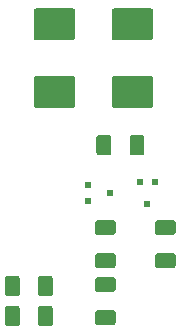
<source format=gbr>
G04 #@! TF.GenerationSoftware,KiCad,Pcbnew,(5.1.5)-3*
G04 #@! TF.CreationDate,2022-05-11T11:14:05-04:00*
G04 #@! TF.ProjectId,FuzzFace,46757a7a-4661-4636-952e-6b696361645f,rev?*
G04 #@! TF.SameCoordinates,Original*
G04 #@! TF.FileFunction,Paste,Top*
G04 #@! TF.FilePolarity,Positive*
%FSLAX46Y46*%
G04 Gerber Fmt 4.6, Leading zero omitted, Abs format (unit mm)*
G04 Created by KiCad (PCBNEW (5.1.5)-3) date 2022-05-11 11:14:05*
%MOMM*%
%LPD*%
G04 APERTURE LIST*
%ADD10C,0.100000*%
%ADD11R,0.550000X0.600000*%
%ADD12R,0.600000X0.550000*%
G04 APERTURE END LIST*
D10*
G36*
X71011504Y-60086204D02*
G01*
X71035773Y-60089804D01*
X71059571Y-60095765D01*
X71082671Y-60104030D01*
X71104849Y-60114520D01*
X71125893Y-60127133D01*
X71145598Y-60141747D01*
X71163777Y-60158223D01*
X71180253Y-60176402D01*
X71194867Y-60196107D01*
X71207480Y-60217151D01*
X71217970Y-60239329D01*
X71226235Y-60262429D01*
X71232196Y-60286227D01*
X71235796Y-60310496D01*
X71237000Y-60335000D01*
X71237000Y-61585000D01*
X71235796Y-61609504D01*
X71232196Y-61633773D01*
X71226235Y-61657571D01*
X71217970Y-61680671D01*
X71207480Y-61702849D01*
X71194867Y-61723893D01*
X71180253Y-61743598D01*
X71163777Y-61761777D01*
X71145598Y-61778253D01*
X71125893Y-61792867D01*
X71104849Y-61805480D01*
X71082671Y-61815970D01*
X71059571Y-61824235D01*
X71035773Y-61830196D01*
X71011504Y-61833796D01*
X70987000Y-61835000D01*
X70237000Y-61835000D01*
X70212496Y-61833796D01*
X70188227Y-61830196D01*
X70164429Y-61824235D01*
X70141329Y-61815970D01*
X70119151Y-61805480D01*
X70098107Y-61792867D01*
X70078402Y-61778253D01*
X70060223Y-61761777D01*
X70043747Y-61743598D01*
X70029133Y-61723893D01*
X70016520Y-61702849D01*
X70006030Y-61680671D01*
X69997765Y-61657571D01*
X69991804Y-61633773D01*
X69988204Y-61609504D01*
X69987000Y-61585000D01*
X69987000Y-60335000D01*
X69988204Y-60310496D01*
X69991804Y-60286227D01*
X69997765Y-60262429D01*
X70006030Y-60239329D01*
X70016520Y-60217151D01*
X70029133Y-60196107D01*
X70043747Y-60176402D01*
X70060223Y-60158223D01*
X70078402Y-60141747D01*
X70098107Y-60127133D01*
X70119151Y-60114520D01*
X70141329Y-60104030D01*
X70164429Y-60095765D01*
X70188227Y-60089804D01*
X70212496Y-60086204D01*
X70237000Y-60085000D01*
X70987000Y-60085000D01*
X71011504Y-60086204D01*
G37*
G36*
X73811504Y-60086204D02*
G01*
X73835773Y-60089804D01*
X73859571Y-60095765D01*
X73882671Y-60104030D01*
X73904849Y-60114520D01*
X73925893Y-60127133D01*
X73945598Y-60141747D01*
X73963777Y-60158223D01*
X73980253Y-60176402D01*
X73994867Y-60196107D01*
X74007480Y-60217151D01*
X74017970Y-60239329D01*
X74026235Y-60262429D01*
X74032196Y-60286227D01*
X74035796Y-60310496D01*
X74037000Y-60335000D01*
X74037000Y-61585000D01*
X74035796Y-61609504D01*
X74032196Y-61633773D01*
X74026235Y-61657571D01*
X74017970Y-61680671D01*
X74007480Y-61702849D01*
X73994867Y-61723893D01*
X73980253Y-61743598D01*
X73963777Y-61761777D01*
X73945598Y-61778253D01*
X73925893Y-61792867D01*
X73904849Y-61805480D01*
X73882671Y-61815970D01*
X73859571Y-61824235D01*
X73835773Y-61830196D01*
X73811504Y-61833796D01*
X73787000Y-61835000D01*
X73037000Y-61835000D01*
X73012496Y-61833796D01*
X72988227Y-61830196D01*
X72964429Y-61824235D01*
X72941329Y-61815970D01*
X72919151Y-61805480D01*
X72898107Y-61792867D01*
X72878402Y-61778253D01*
X72860223Y-61761777D01*
X72843747Y-61743598D01*
X72829133Y-61723893D01*
X72816520Y-61702849D01*
X72806030Y-61680671D01*
X72797765Y-61657571D01*
X72791804Y-61633773D01*
X72788204Y-61609504D01*
X72787000Y-61585000D01*
X72787000Y-60335000D01*
X72788204Y-60310496D01*
X72791804Y-60286227D01*
X72797765Y-60262429D01*
X72806030Y-60239329D01*
X72816520Y-60217151D01*
X72829133Y-60196107D01*
X72843747Y-60176402D01*
X72860223Y-60158223D01*
X72878402Y-60141747D01*
X72898107Y-60127133D01*
X72919151Y-60114520D01*
X72941329Y-60104030D01*
X72964429Y-60095765D01*
X72988227Y-60089804D01*
X73012496Y-60086204D01*
X73037000Y-60085000D01*
X73787000Y-60085000D01*
X73811504Y-60086204D01*
G37*
G36*
X79135504Y-52840204D02*
G01*
X79159773Y-52843804D01*
X79183571Y-52849765D01*
X79206671Y-52858030D01*
X79228849Y-52868520D01*
X79249893Y-52881133D01*
X79269598Y-52895747D01*
X79287777Y-52912223D01*
X79304253Y-52930402D01*
X79318867Y-52950107D01*
X79331480Y-52971151D01*
X79341970Y-52993329D01*
X79350235Y-53016429D01*
X79356196Y-53040227D01*
X79359796Y-53064496D01*
X79361000Y-53089000D01*
X79361000Y-53839000D01*
X79359796Y-53863504D01*
X79356196Y-53887773D01*
X79350235Y-53911571D01*
X79341970Y-53934671D01*
X79331480Y-53956849D01*
X79318867Y-53977893D01*
X79304253Y-53997598D01*
X79287777Y-54015777D01*
X79269598Y-54032253D01*
X79249893Y-54046867D01*
X79228849Y-54059480D01*
X79206671Y-54069970D01*
X79183571Y-54078235D01*
X79159773Y-54084196D01*
X79135504Y-54087796D01*
X79111000Y-54089000D01*
X77861000Y-54089000D01*
X77836496Y-54087796D01*
X77812227Y-54084196D01*
X77788429Y-54078235D01*
X77765329Y-54069970D01*
X77743151Y-54059480D01*
X77722107Y-54046867D01*
X77702402Y-54032253D01*
X77684223Y-54015777D01*
X77667747Y-53997598D01*
X77653133Y-53977893D01*
X77640520Y-53956849D01*
X77630030Y-53934671D01*
X77621765Y-53911571D01*
X77615804Y-53887773D01*
X77612204Y-53863504D01*
X77611000Y-53839000D01*
X77611000Y-53089000D01*
X77612204Y-53064496D01*
X77615804Y-53040227D01*
X77621765Y-53016429D01*
X77630030Y-52993329D01*
X77640520Y-52971151D01*
X77653133Y-52950107D01*
X77667747Y-52930402D01*
X77684223Y-52912223D01*
X77702402Y-52895747D01*
X77722107Y-52881133D01*
X77743151Y-52868520D01*
X77765329Y-52858030D01*
X77788429Y-52849765D01*
X77812227Y-52843804D01*
X77836496Y-52840204D01*
X77861000Y-52839000D01*
X79111000Y-52839000D01*
X79135504Y-52840204D01*
G37*
G36*
X79135504Y-55640204D02*
G01*
X79159773Y-55643804D01*
X79183571Y-55649765D01*
X79206671Y-55658030D01*
X79228849Y-55668520D01*
X79249893Y-55681133D01*
X79269598Y-55695747D01*
X79287777Y-55712223D01*
X79304253Y-55730402D01*
X79318867Y-55750107D01*
X79331480Y-55771151D01*
X79341970Y-55793329D01*
X79350235Y-55816429D01*
X79356196Y-55840227D01*
X79359796Y-55864496D01*
X79361000Y-55889000D01*
X79361000Y-56639000D01*
X79359796Y-56663504D01*
X79356196Y-56687773D01*
X79350235Y-56711571D01*
X79341970Y-56734671D01*
X79331480Y-56756849D01*
X79318867Y-56777893D01*
X79304253Y-56797598D01*
X79287777Y-56815777D01*
X79269598Y-56832253D01*
X79249893Y-56846867D01*
X79228849Y-56859480D01*
X79206671Y-56869970D01*
X79183571Y-56878235D01*
X79159773Y-56884196D01*
X79135504Y-56887796D01*
X79111000Y-56889000D01*
X77861000Y-56889000D01*
X77836496Y-56887796D01*
X77812227Y-56884196D01*
X77788429Y-56878235D01*
X77765329Y-56869970D01*
X77743151Y-56859480D01*
X77722107Y-56846867D01*
X77702402Y-56832253D01*
X77684223Y-56815777D01*
X77667747Y-56797598D01*
X77653133Y-56777893D01*
X77640520Y-56756849D01*
X77630030Y-56734671D01*
X77621765Y-56711571D01*
X77615804Y-56687773D01*
X77612204Y-56663504D01*
X77611000Y-56639000D01*
X77611000Y-55889000D01*
X77612204Y-55864496D01*
X77615804Y-55840227D01*
X77621765Y-55816429D01*
X77630030Y-55793329D01*
X77640520Y-55771151D01*
X77653133Y-55750107D01*
X77667747Y-55730402D01*
X77684223Y-55712223D01*
X77702402Y-55695747D01*
X77722107Y-55681133D01*
X77743151Y-55668520D01*
X77765329Y-55658030D01*
X77788429Y-55649765D01*
X77812227Y-55643804D01*
X77836496Y-55640204D01*
X77861000Y-55639000D01*
X79111000Y-55639000D01*
X79135504Y-55640204D01*
G37*
G36*
X75692505Y-40617204D02*
G01*
X75716773Y-40620804D01*
X75740572Y-40626765D01*
X75763671Y-40635030D01*
X75785850Y-40645520D01*
X75806893Y-40658132D01*
X75826599Y-40672747D01*
X75844777Y-40689223D01*
X75861253Y-40707401D01*
X75875868Y-40727107D01*
X75888480Y-40748150D01*
X75898970Y-40770329D01*
X75907235Y-40793428D01*
X75913196Y-40817227D01*
X75916796Y-40841495D01*
X75918000Y-40865999D01*
X75918000Y-43091001D01*
X75916796Y-43115505D01*
X75913196Y-43139773D01*
X75907235Y-43163572D01*
X75898970Y-43186671D01*
X75888480Y-43208850D01*
X75875868Y-43229893D01*
X75861253Y-43249599D01*
X75844777Y-43267777D01*
X75826599Y-43284253D01*
X75806893Y-43298868D01*
X75785850Y-43311480D01*
X75763671Y-43321970D01*
X75740572Y-43330235D01*
X75716773Y-43336196D01*
X75692505Y-43339796D01*
X75668001Y-43341000D01*
X72667999Y-43341000D01*
X72643495Y-43339796D01*
X72619227Y-43336196D01*
X72595428Y-43330235D01*
X72572329Y-43321970D01*
X72550150Y-43311480D01*
X72529107Y-43298868D01*
X72509401Y-43284253D01*
X72491223Y-43267777D01*
X72474747Y-43249599D01*
X72460132Y-43229893D01*
X72447520Y-43208850D01*
X72437030Y-43186671D01*
X72428765Y-43163572D01*
X72422804Y-43139773D01*
X72419204Y-43115505D01*
X72418000Y-43091001D01*
X72418000Y-40865999D01*
X72419204Y-40841495D01*
X72422804Y-40817227D01*
X72428765Y-40793428D01*
X72437030Y-40770329D01*
X72447520Y-40748150D01*
X72460132Y-40727107D01*
X72474747Y-40707401D01*
X72491223Y-40689223D01*
X72509401Y-40672747D01*
X72529107Y-40658132D01*
X72550150Y-40645520D01*
X72572329Y-40635030D01*
X72595428Y-40626765D01*
X72619227Y-40620804D01*
X72643495Y-40617204D01*
X72667999Y-40616000D01*
X75668001Y-40616000D01*
X75692505Y-40617204D01*
G37*
G36*
X75692505Y-34892204D02*
G01*
X75716773Y-34895804D01*
X75740572Y-34901765D01*
X75763671Y-34910030D01*
X75785850Y-34920520D01*
X75806893Y-34933132D01*
X75826599Y-34947747D01*
X75844777Y-34964223D01*
X75861253Y-34982401D01*
X75875868Y-35002107D01*
X75888480Y-35023150D01*
X75898970Y-35045329D01*
X75907235Y-35068428D01*
X75913196Y-35092227D01*
X75916796Y-35116495D01*
X75918000Y-35140999D01*
X75918000Y-37366001D01*
X75916796Y-37390505D01*
X75913196Y-37414773D01*
X75907235Y-37438572D01*
X75898970Y-37461671D01*
X75888480Y-37483850D01*
X75875868Y-37504893D01*
X75861253Y-37524599D01*
X75844777Y-37542777D01*
X75826599Y-37559253D01*
X75806893Y-37573868D01*
X75785850Y-37586480D01*
X75763671Y-37596970D01*
X75740572Y-37605235D01*
X75716773Y-37611196D01*
X75692505Y-37614796D01*
X75668001Y-37616000D01*
X72667999Y-37616000D01*
X72643495Y-37614796D01*
X72619227Y-37611196D01*
X72595428Y-37605235D01*
X72572329Y-37596970D01*
X72550150Y-37586480D01*
X72529107Y-37573868D01*
X72509401Y-37559253D01*
X72491223Y-37542777D01*
X72474747Y-37524599D01*
X72460132Y-37504893D01*
X72447520Y-37483850D01*
X72437030Y-37461671D01*
X72428765Y-37438572D01*
X72422804Y-37414773D01*
X72419204Y-37390505D01*
X72418000Y-37366001D01*
X72418000Y-35140999D01*
X72419204Y-35116495D01*
X72422804Y-35092227D01*
X72428765Y-35068428D01*
X72437030Y-35045329D01*
X72447520Y-35023150D01*
X72460132Y-35002107D01*
X72474747Y-34982401D01*
X72491223Y-34964223D01*
X72509401Y-34947747D01*
X72529107Y-34933132D01*
X72550150Y-34920520D01*
X72572329Y-34910030D01*
X72595428Y-34901765D01*
X72619227Y-34895804D01*
X72643495Y-34892204D01*
X72667999Y-34891000D01*
X75668001Y-34891000D01*
X75692505Y-34892204D01*
G37*
G36*
X71005504Y-57546204D02*
G01*
X71029773Y-57549804D01*
X71053571Y-57555765D01*
X71076671Y-57564030D01*
X71098849Y-57574520D01*
X71119893Y-57587133D01*
X71139598Y-57601747D01*
X71157777Y-57618223D01*
X71174253Y-57636402D01*
X71188867Y-57656107D01*
X71201480Y-57677151D01*
X71211970Y-57699329D01*
X71220235Y-57722429D01*
X71226196Y-57746227D01*
X71229796Y-57770496D01*
X71231000Y-57795000D01*
X71231000Y-59045000D01*
X71229796Y-59069504D01*
X71226196Y-59093773D01*
X71220235Y-59117571D01*
X71211970Y-59140671D01*
X71201480Y-59162849D01*
X71188867Y-59183893D01*
X71174253Y-59203598D01*
X71157777Y-59221777D01*
X71139598Y-59238253D01*
X71119893Y-59252867D01*
X71098849Y-59265480D01*
X71076671Y-59275970D01*
X71053571Y-59284235D01*
X71029773Y-59290196D01*
X71005504Y-59293796D01*
X70981000Y-59295000D01*
X70231000Y-59295000D01*
X70206496Y-59293796D01*
X70182227Y-59290196D01*
X70158429Y-59284235D01*
X70135329Y-59275970D01*
X70113151Y-59265480D01*
X70092107Y-59252867D01*
X70072402Y-59238253D01*
X70054223Y-59221777D01*
X70037747Y-59203598D01*
X70023133Y-59183893D01*
X70010520Y-59162849D01*
X70000030Y-59140671D01*
X69991765Y-59117571D01*
X69985804Y-59093773D01*
X69982204Y-59069504D01*
X69981000Y-59045000D01*
X69981000Y-57795000D01*
X69982204Y-57770496D01*
X69985804Y-57746227D01*
X69991765Y-57722429D01*
X70000030Y-57699329D01*
X70010520Y-57677151D01*
X70023133Y-57656107D01*
X70037747Y-57636402D01*
X70054223Y-57618223D01*
X70072402Y-57601747D01*
X70092107Y-57587133D01*
X70113151Y-57574520D01*
X70135329Y-57564030D01*
X70158429Y-57555765D01*
X70182227Y-57549804D01*
X70206496Y-57546204D01*
X70231000Y-57545000D01*
X70981000Y-57545000D01*
X71005504Y-57546204D01*
G37*
G36*
X73805504Y-57546204D02*
G01*
X73829773Y-57549804D01*
X73853571Y-57555765D01*
X73876671Y-57564030D01*
X73898849Y-57574520D01*
X73919893Y-57587133D01*
X73939598Y-57601747D01*
X73957777Y-57618223D01*
X73974253Y-57636402D01*
X73988867Y-57656107D01*
X74001480Y-57677151D01*
X74011970Y-57699329D01*
X74020235Y-57722429D01*
X74026196Y-57746227D01*
X74029796Y-57770496D01*
X74031000Y-57795000D01*
X74031000Y-59045000D01*
X74029796Y-59069504D01*
X74026196Y-59093773D01*
X74020235Y-59117571D01*
X74011970Y-59140671D01*
X74001480Y-59162849D01*
X73988867Y-59183893D01*
X73974253Y-59203598D01*
X73957777Y-59221777D01*
X73939598Y-59238253D01*
X73919893Y-59252867D01*
X73898849Y-59265480D01*
X73876671Y-59275970D01*
X73853571Y-59284235D01*
X73829773Y-59290196D01*
X73805504Y-59293796D01*
X73781000Y-59295000D01*
X73031000Y-59295000D01*
X73006496Y-59293796D01*
X72982227Y-59290196D01*
X72958429Y-59284235D01*
X72935329Y-59275970D01*
X72913151Y-59265480D01*
X72892107Y-59252867D01*
X72872402Y-59238253D01*
X72854223Y-59221777D01*
X72837747Y-59203598D01*
X72823133Y-59183893D01*
X72810520Y-59162849D01*
X72800030Y-59140671D01*
X72791765Y-59117571D01*
X72785804Y-59093773D01*
X72782204Y-59069504D01*
X72781000Y-59045000D01*
X72781000Y-57795000D01*
X72782204Y-57770496D01*
X72785804Y-57746227D01*
X72791765Y-57722429D01*
X72800030Y-57699329D01*
X72810520Y-57677151D01*
X72823133Y-57656107D01*
X72837747Y-57636402D01*
X72854223Y-57618223D01*
X72872402Y-57601747D01*
X72892107Y-57587133D01*
X72913151Y-57574520D01*
X72935329Y-57564030D01*
X72958429Y-57555765D01*
X72982227Y-57549804D01*
X73006496Y-57546204D01*
X73031000Y-57545000D01*
X73781000Y-57545000D01*
X73805504Y-57546204D01*
G37*
G36*
X82296505Y-34892204D02*
G01*
X82320773Y-34895804D01*
X82344572Y-34901765D01*
X82367671Y-34910030D01*
X82389850Y-34920520D01*
X82410893Y-34933132D01*
X82430599Y-34947747D01*
X82448777Y-34964223D01*
X82465253Y-34982401D01*
X82479868Y-35002107D01*
X82492480Y-35023150D01*
X82502970Y-35045329D01*
X82511235Y-35068428D01*
X82517196Y-35092227D01*
X82520796Y-35116495D01*
X82522000Y-35140999D01*
X82522000Y-37366001D01*
X82520796Y-37390505D01*
X82517196Y-37414773D01*
X82511235Y-37438572D01*
X82502970Y-37461671D01*
X82492480Y-37483850D01*
X82479868Y-37504893D01*
X82465253Y-37524599D01*
X82448777Y-37542777D01*
X82430599Y-37559253D01*
X82410893Y-37573868D01*
X82389850Y-37586480D01*
X82367671Y-37596970D01*
X82344572Y-37605235D01*
X82320773Y-37611196D01*
X82296505Y-37614796D01*
X82272001Y-37616000D01*
X79271999Y-37616000D01*
X79247495Y-37614796D01*
X79223227Y-37611196D01*
X79199428Y-37605235D01*
X79176329Y-37596970D01*
X79154150Y-37586480D01*
X79133107Y-37573868D01*
X79113401Y-37559253D01*
X79095223Y-37542777D01*
X79078747Y-37524599D01*
X79064132Y-37504893D01*
X79051520Y-37483850D01*
X79041030Y-37461671D01*
X79032765Y-37438572D01*
X79026804Y-37414773D01*
X79023204Y-37390505D01*
X79022000Y-37366001D01*
X79022000Y-35140999D01*
X79023204Y-35116495D01*
X79026804Y-35092227D01*
X79032765Y-35068428D01*
X79041030Y-35045329D01*
X79051520Y-35023150D01*
X79064132Y-35002107D01*
X79078747Y-34982401D01*
X79095223Y-34964223D01*
X79113401Y-34947747D01*
X79133107Y-34933132D01*
X79154150Y-34920520D01*
X79176329Y-34910030D01*
X79199428Y-34901765D01*
X79223227Y-34895804D01*
X79247495Y-34892204D01*
X79271999Y-34891000D01*
X82272001Y-34891000D01*
X82296505Y-34892204D01*
G37*
G36*
X82296505Y-40617204D02*
G01*
X82320773Y-40620804D01*
X82344572Y-40626765D01*
X82367671Y-40635030D01*
X82389850Y-40645520D01*
X82410893Y-40658132D01*
X82430599Y-40672747D01*
X82448777Y-40689223D01*
X82465253Y-40707401D01*
X82479868Y-40727107D01*
X82492480Y-40748150D01*
X82502970Y-40770329D01*
X82511235Y-40793428D01*
X82517196Y-40817227D01*
X82520796Y-40841495D01*
X82522000Y-40865999D01*
X82522000Y-43091001D01*
X82520796Y-43115505D01*
X82517196Y-43139773D01*
X82511235Y-43163572D01*
X82502970Y-43186671D01*
X82492480Y-43208850D01*
X82479868Y-43229893D01*
X82465253Y-43249599D01*
X82448777Y-43267777D01*
X82430599Y-43284253D01*
X82410893Y-43298868D01*
X82389850Y-43311480D01*
X82367671Y-43321970D01*
X82344572Y-43330235D01*
X82320773Y-43336196D01*
X82296505Y-43339796D01*
X82272001Y-43341000D01*
X79271999Y-43341000D01*
X79247495Y-43339796D01*
X79223227Y-43336196D01*
X79199428Y-43330235D01*
X79176329Y-43321970D01*
X79154150Y-43311480D01*
X79133107Y-43298868D01*
X79113401Y-43284253D01*
X79095223Y-43267777D01*
X79078747Y-43249599D01*
X79064132Y-43229893D01*
X79051520Y-43208850D01*
X79041030Y-43186671D01*
X79032765Y-43163572D01*
X79026804Y-43139773D01*
X79023204Y-43115505D01*
X79022000Y-43091001D01*
X79022000Y-40865999D01*
X79023204Y-40841495D01*
X79026804Y-40817227D01*
X79032765Y-40793428D01*
X79041030Y-40770329D01*
X79051520Y-40748150D01*
X79064132Y-40727107D01*
X79078747Y-40707401D01*
X79095223Y-40689223D01*
X79113401Y-40672747D01*
X79133107Y-40658132D01*
X79154150Y-40645520D01*
X79176329Y-40635030D01*
X79199428Y-40626765D01*
X79223227Y-40620804D01*
X79247495Y-40617204D01*
X79271999Y-40616000D01*
X82272001Y-40616000D01*
X82296505Y-40617204D01*
G37*
D11*
X77053000Y-49896000D03*
X77053000Y-51196000D03*
X78903000Y-50546000D03*
D12*
X82042000Y-51471000D03*
X81392000Y-49621000D03*
X82692000Y-49621000D03*
D10*
G36*
X84215504Y-52840204D02*
G01*
X84239773Y-52843804D01*
X84263571Y-52849765D01*
X84286671Y-52858030D01*
X84308849Y-52868520D01*
X84329893Y-52881133D01*
X84349598Y-52895747D01*
X84367777Y-52912223D01*
X84384253Y-52930402D01*
X84398867Y-52950107D01*
X84411480Y-52971151D01*
X84421970Y-52993329D01*
X84430235Y-53016429D01*
X84436196Y-53040227D01*
X84439796Y-53064496D01*
X84441000Y-53089000D01*
X84441000Y-53839000D01*
X84439796Y-53863504D01*
X84436196Y-53887773D01*
X84430235Y-53911571D01*
X84421970Y-53934671D01*
X84411480Y-53956849D01*
X84398867Y-53977893D01*
X84384253Y-53997598D01*
X84367777Y-54015777D01*
X84349598Y-54032253D01*
X84329893Y-54046867D01*
X84308849Y-54059480D01*
X84286671Y-54069970D01*
X84263571Y-54078235D01*
X84239773Y-54084196D01*
X84215504Y-54087796D01*
X84191000Y-54089000D01*
X82941000Y-54089000D01*
X82916496Y-54087796D01*
X82892227Y-54084196D01*
X82868429Y-54078235D01*
X82845329Y-54069970D01*
X82823151Y-54059480D01*
X82802107Y-54046867D01*
X82782402Y-54032253D01*
X82764223Y-54015777D01*
X82747747Y-53997598D01*
X82733133Y-53977893D01*
X82720520Y-53956849D01*
X82710030Y-53934671D01*
X82701765Y-53911571D01*
X82695804Y-53887773D01*
X82692204Y-53863504D01*
X82691000Y-53839000D01*
X82691000Y-53089000D01*
X82692204Y-53064496D01*
X82695804Y-53040227D01*
X82701765Y-53016429D01*
X82710030Y-52993329D01*
X82720520Y-52971151D01*
X82733133Y-52950107D01*
X82747747Y-52930402D01*
X82764223Y-52912223D01*
X82782402Y-52895747D01*
X82802107Y-52881133D01*
X82823151Y-52868520D01*
X82845329Y-52858030D01*
X82868429Y-52849765D01*
X82892227Y-52843804D01*
X82916496Y-52840204D01*
X82941000Y-52839000D01*
X84191000Y-52839000D01*
X84215504Y-52840204D01*
G37*
G36*
X84215504Y-55640204D02*
G01*
X84239773Y-55643804D01*
X84263571Y-55649765D01*
X84286671Y-55658030D01*
X84308849Y-55668520D01*
X84329893Y-55681133D01*
X84349598Y-55695747D01*
X84367777Y-55712223D01*
X84384253Y-55730402D01*
X84398867Y-55750107D01*
X84411480Y-55771151D01*
X84421970Y-55793329D01*
X84430235Y-55816429D01*
X84436196Y-55840227D01*
X84439796Y-55864496D01*
X84441000Y-55889000D01*
X84441000Y-56639000D01*
X84439796Y-56663504D01*
X84436196Y-56687773D01*
X84430235Y-56711571D01*
X84421970Y-56734671D01*
X84411480Y-56756849D01*
X84398867Y-56777893D01*
X84384253Y-56797598D01*
X84367777Y-56815777D01*
X84349598Y-56832253D01*
X84329893Y-56846867D01*
X84308849Y-56859480D01*
X84286671Y-56869970D01*
X84263571Y-56878235D01*
X84239773Y-56884196D01*
X84215504Y-56887796D01*
X84191000Y-56889000D01*
X82941000Y-56889000D01*
X82916496Y-56887796D01*
X82892227Y-56884196D01*
X82868429Y-56878235D01*
X82845329Y-56869970D01*
X82823151Y-56859480D01*
X82802107Y-56846867D01*
X82782402Y-56832253D01*
X82764223Y-56815777D01*
X82747747Y-56797598D01*
X82733133Y-56777893D01*
X82720520Y-56756849D01*
X82710030Y-56734671D01*
X82701765Y-56711571D01*
X82695804Y-56687773D01*
X82692204Y-56663504D01*
X82691000Y-56639000D01*
X82691000Y-55889000D01*
X82692204Y-55864496D01*
X82695804Y-55840227D01*
X82701765Y-55816429D01*
X82710030Y-55793329D01*
X82720520Y-55771151D01*
X82733133Y-55750107D01*
X82747747Y-55730402D01*
X82764223Y-55712223D01*
X82782402Y-55695747D01*
X82802107Y-55681133D01*
X82823151Y-55668520D01*
X82845329Y-55658030D01*
X82868429Y-55649765D01*
X82892227Y-55643804D01*
X82916496Y-55640204D01*
X82941000Y-55639000D01*
X84191000Y-55639000D01*
X84215504Y-55640204D01*
G37*
G36*
X79135504Y-57666204D02*
G01*
X79159773Y-57669804D01*
X79183571Y-57675765D01*
X79206671Y-57684030D01*
X79228849Y-57694520D01*
X79249893Y-57707133D01*
X79269598Y-57721747D01*
X79287777Y-57738223D01*
X79304253Y-57756402D01*
X79318867Y-57776107D01*
X79331480Y-57797151D01*
X79341970Y-57819329D01*
X79350235Y-57842429D01*
X79356196Y-57866227D01*
X79359796Y-57890496D01*
X79361000Y-57915000D01*
X79361000Y-58665000D01*
X79359796Y-58689504D01*
X79356196Y-58713773D01*
X79350235Y-58737571D01*
X79341970Y-58760671D01*
X79331480Y-58782849D01*
X79318867Y-58803893D01*
X79304253Y-58823598D01*
X79287777Y-58841777D01*
X79269598Y-58858253D01*
X79249893Y-58872867D01*
X79228849Y-58885480D01*
X79206671Y-58895970D01*
X79183571Y-58904235D01*
X79159773Y-58910196D01*
X79135504Y-58913796D01*
X79111000Y-58915000D01*
X77861000Y-58915000D01*
X77836496Y-58913796D01*
X77812227Y-58910196D01*
X77788429Y-58904235D01*
X77765329Y-58895970D01*
X77743151Y-58885480D01*
X77722107Y-58872867D01*
X77702402Y-58858253D01*
X77684223Y-58841777D01*
X77667747Y-58823598D01*
X77653133Y-58803893D01*
X77640520Y-58782849D01*
X77630030Y-58760671D01*
X77621765Y-58737571D01*
X77615804Y-58713773D01*
X77612204Y-58689504D01*
X77611000Y-58665000D01*
X77611000Y-57915000D01*
X77612204Y-57890496D01*
X77615804Y-57866227D01*
X77621765Y-57842429D01*
X77630030Y-57819329D01*
X77640520Y-57797151D01*
X77653133Y-57776107D01*
X77667747Y-57756402D01*
X77684223Y-57738223D01*
X77702402Y-57721747D01*
X77722107Y-57707133D01*
X77743151Y-57694520D01*
X77765329Y-57684030D01*
X77788429Y-57675765D01*
X77812227Y-57669804D01*
X77836496Y-57666204D01*
X77861000Y-57665000D01*
X79111000Y-57665000D01*
X79135504Y-57666204D01*
G37*
G36*
X79135504Y-60466204D02*
G01*
X79159773Y-60469804D01*
X79183571Y-60475765D01*
X79206671Y-60484030D01*
X79228849Y-60494520D01*
X79249893Y-60507133D01*
X79269598Y-60521747D01*
X79287777Y-60538223D01*
X79304253Y-60556402D01*
X79318867Y-60576107D01*
X79331480Y-60597151D01*
X79341970Y-60619329D01*
X79350235Y-60642429D01*
X79356196Y-60666227D01*
X79359796Y-60690496D01*
X79361000Y-60715000D01*
X79361000Y-61465000D01*
X79359796Y-61489504D01*
X79356196Y-61513773D01*
X79350235Y-61537571D01*
X79341970Y-61560671D01*
X79331480Y-61582849D01*
X79318867Y-61603893D01*
X79304253Y-61623598D01*
X79287777Y-61641777D01*
X79269598Y-61658253D01*
X79249893Y-61672867D01*
X79228849Y-61685480D01*
X79206671Y-61695970D01*
X79183571Y-61704235D01*
X79159773Y-61710196D01*
X79135504Y-61713796D01*
X79111000Y-61715000D01*
X77861000Y-61715000D01*
X77836496Y-61713796D01*
X77812227Y-61710196D01*
X77788429Y-61704235D01*
X77765329Y-61695970D01*
X77743151Y-61685480D01*
X77722107Y-61672867D01*
X77702402Y-61658253D01*
X77684223Y-61641777D01*
X77667747Y-61623598D01*
X77653133Y-61603893D01*
X77640520Y-61582849D01*
X77630030Y-61560671D01*
X77621765Y-61537571D01*
X77615804Y-61513773D01*
X77612204Y-61489504D01*
X77611000Y-61465000D01*
X77611000Y-60715000D01*
X77612204Y-60690496D01*
X77615804Y-60666227D01*
X77621765Y-60642429D01*
X77630030Y-60619329D01*
X77640520Y-60597151D01*
X77653133Y-60576107D01*
X77667747Y-60556402D01*
X77684223Y-60538223D01*
X77702402Y-60521747D01*
X77722107Y-60507133D01*
X77743151Y-60494520D01*
X77765329Y-60484030D01*
X77788429Y-60475765D01*
X77812227Y-60469804D01*
X77836496Y-60466204D01*
X77861000Y-60465000D01*
X79111000Y-60465000D01*
X79135504Y-60466204D01*
G37*
G36*
X81555504Y-45608204D02*
G01*
X81579773Y-45611804D01*
X81603571Y-45617765D01*
X81626671Y-45626030D01*
X81648849Y-45636520D01*
X81669893Y-45649133D01*
X81689598Y-45663747D01*
X81707777Y-45680223D01*
X81724253Y-45698402D01*
X81738867Y-45718107D01*
X81751480Y-45739151D01*
X81761970Y-45761329D01*
X81770235Y-45784429D01*
X81776196Y-45808227D01*
X81779796Y-45832496D01*
X81781000Y-45857000D01*
X81781000Y-47107000D01*
X81779796Y-47131504D01*
X81776196Y-47155773D01*
X81770235Y-47179571D01*
X81761970Y-47202671D01*
X81751480Y-47224849D01*
X81738867Y-47245893D01*
X81724253Y-47265598D01*
X81707777Y-47283777D01*
X81689598Y-47300253D01*
X81669893Y-47314867D01*
X81648849Y-47327480D01*
X81626671Y-47337970D01*
X81603571Y-47346235D01*
X81579773Y-47352196D01*
X81555504Y-47355796D01*
X81531000Y-47357000D01*
X80781000Y-47357000D01*
X80756496Y-47355796D01*
X80732227Y-47352196D01*
X80708429Y-47346235D01*
X80685329Y-47337970D01*
X80663151Y-47327480D01*
X80642107Y-47314867D01*
X80622402Y-47300253D01*
X80604223Y-47283777D01*
X80587747Y-47265598D01*
X80573133Y-47245893D01*
X80560520Y-47224849D01*
X80550030Y-47202671D01*
X80541765Y-47179571D01*
X80535804Y-47155773D01*
X80532204Y-47131504D01*
X80531000Y-47107000D01*
X80531000Y-45857000D01*
X80532204Y-45832496D01*
X80535804Y-45808227D01*
X80541765Y-45784429D01*
X80550030Y-45761329D01*
X80560520Y-45739151D01*
X80573133Y-45718107D01*
X80587747Y-45698402D01*
X80604223Y-45680223D01*
X80622402Y-45663747D01*
X80642107Y-45649133D01*
X80663151Y-45636520D01*
X80685329Y-45626030D01*
X80708429Y-45617765D01*
X80732227Y-45611804D01*
X80756496Y-45608204D01*
X80781000Y-45607000D01*
X81531000Y-45607000D01*
X81555504Y-45608204D01*
G37*
G36*
X78755504Y-45608204D02*
G01*
X78779773Y-45611804D01*
X78803571Y-45617765D01*
X78826671Y-45626030D01*
X78848849Y-45636520D01*
X78869893Y-45649133D01*
X78889598Y-45663747D01*
X78907777Y-45680223D01*
X78924253Y-45698402D01*
X78938867Y-45718107D01*
X78951480Y-45739151D01*
X78961970Y-45761329D01*
X78970235Y-45784429D01*
X78976196Y-45808227D01*
X78979796Y-45832496D01*
X78981000Y-45857000D01*
X78981000Y-47107000D01*
X78979796Y-47131504D01*
X78976196Y-47155773D01*
X78970235Y-47179571D01*
X78961970Y-47202671D01*
X78951480Y-47224849D01*
X78938867Y-47245893D01*
X78924253Y-47265598D01*
X78907777Y-47283777D01*
X78889598Y-47300253D01*
X78869893Y-47314867D01*
X78848849Y-47327480D01*
X78826671Y-47337970D01*
X78803571Y-47346235D01*
X78779773Y-47352196D01*
X78755504Y-47355796D01*
X78731000Y-47357000D01*
X77981000Y-47357000D01*
X77956496Y-47355796D01*
X77932227Y-47352196D01*
X77908429Y-47346235D01*
X77885329Y-47337970D01*
X77863151Y-47327480D01*
X77842107Y-47314867D01*
X77822402Y-47300253D01*
X77804223Y-47283777D01*
X77787747Y-47265598D01*
X77773133Y-47245893D01*
X77760520Y-47224849D01*
X77750030Y-47202671D01*
X77741765Y-47179571D01*
X77735804Y-47155773D01*
X77732204Y-47131504D01*
X77731000Y-47107000D01*
X77731000Y-45857000D01*
X77732204Y-45832496D01*
X77735804Y-45808227D01*
X77741765Y-45784429D01*
X77750030Y-45761329D01*
X77760520Y-45739151D01*
X77773133Y-45718107D01*
X77787747Y-45698402D01*
X77804223Y-45680223D01*
X77822402Y-45663747D01*
X77842107Y-45649133D01*
X77863151Y-45636520D01*
X77885329Y-45626030D01*
X77908429Y-45617765D01*
X77932227Y-45611804D01*
X77956496Y-45608204D01*
X77981000Y-45607000D01*
X78731000Y-45607000D01*
X78755504Y-45608204D01*
G37*
M02*

</source>
